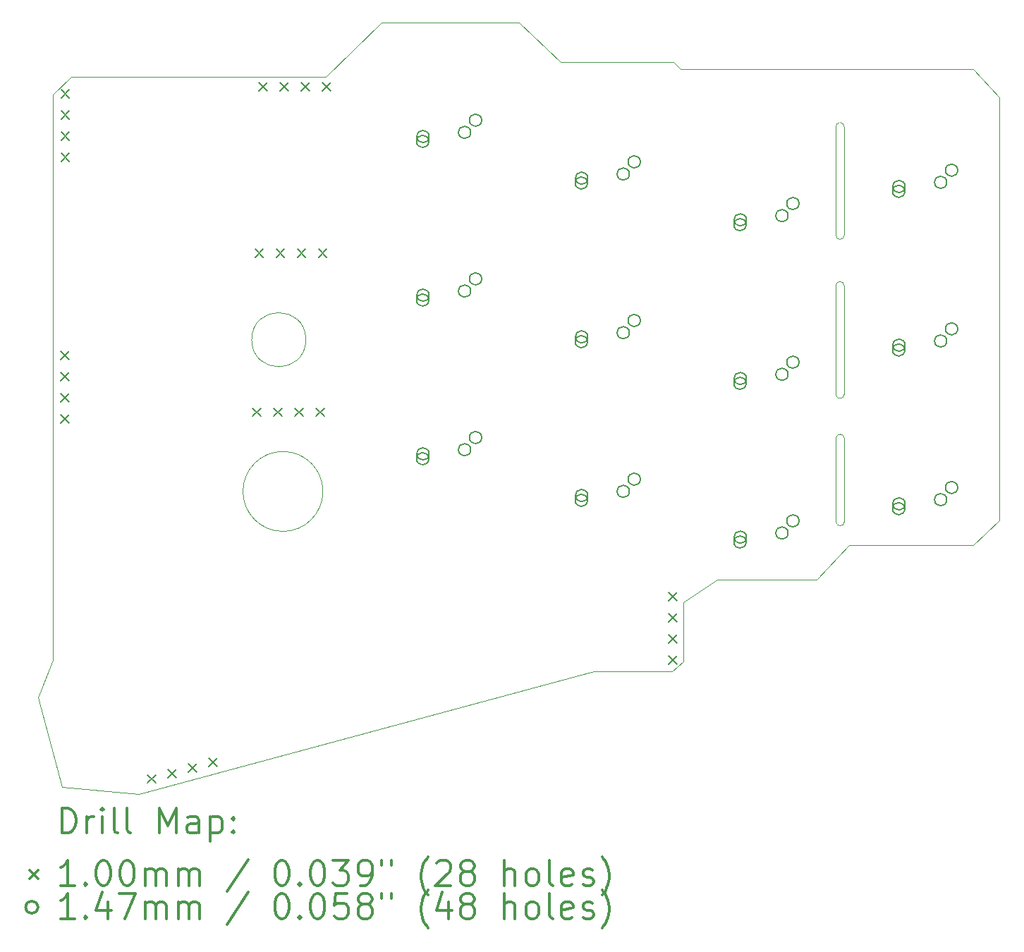
<source format=gbr>
%FSLAX45Y45*%
G04 Gerber Fmt 4.5, Leading zero omitted, Abs format (unit mm)*
G04 Created by KiCad (PCBNEW (5.1.4)-1) date 2023-06-17 18:30:55*
%MOMM*%
%LPD*%
G04 APERTURE LIST*
%ADD10C,0.050000*%
%ADD11C,0.200000*%
%ADD12C,0.300000*%
G04 APERTURE END LIST*
D10*
X18421203Y-51616032D02*
X15371203Y-51616032D01*
X15258251Y-60144663D02*
X14970438Y-59068483D01*
X15258251Y-60144663D02*
X16180391Y-60230918D01*
X15150249Y-58623435D02*
X14970438Y-59068483D01*
X24731202Y-57241032D02*
X24711202Y-57241032D01*
X26511202Y-56941032D02*
X26201202Y-57241032D01*
X15152190Y-51830639D02*
X15371203Y-51616032D01*
X24650000Y-55960000D02*
X24650000Y-56960000D01*
X22721202Y-57931032D02*
X23121202Y-57656032D01*
X22861202Y-51526032D02*
X22681202Y-51526032D01*
X22721202Y-58641032D02*
X22721202Y-57931032D01*
X24548000Y-52218000D02*
G75*
G02X24648000Y-52218000I50000J0D01*
G01*
X26201202Y-51526032D02*
X22861202Y-51526032D01*
X21661203Y-58761032D02*
X21641203Y-58761032D01*
X24548000Y-52218000D02*
X24548000Y-53520000D01*
X24548000Y-54128000D02*
X24548000Y-55430000D01*
X21641203Y-58761032D02*
X16180391Y-60230918D01*
X18390000Y-56597000D02*
G75*
G03X18390000Y-56597000I-480000J0D01*
G01*
X24316202Y-57656032D02*
X23121202Y-57656032D01*
X22596202Y-51441032D02*
X22681202Y-51526032D01*
X24911202Y-57241032D02*
X26201202Y-57241032D01*
X24648000Y-53520000D02*
G75*
G02X24548000Y-53520000I-50000J0D01*
G01*
X24648000Y-54128000D02*
X24648000Y-55430000D01*
X24550000Y-55960000D02*
X24550000Y-56960000D01*
X26511202Y-51866032D02*
X26511202Y-56941032D01*
X24550000Y-55960000D02*
G75*
G02X24650000Y-55960000I50000J0D01*
G01*
X18185000Y-54775000D02*
G75*
G03X18185000Y-54775000I-325000J0D01*
G01*
X19091203Y-50966032D02*
X18421203Y-51616032D01*
X26201202Y-51526032D02*
X26511202Y-51866032D01*
X24648000Y-52218000D02*
X24648000Y-53520000D01*
X24731202Y-57241032D02*
X24911202Y-57241032D01*
X24650000Y-56960000D02*
G75*
G02X24550000Y-56960000I-50000J0D01*
G01*
X24648000Y-55430000D02*
G75*
G02X24548000Y-55430000I-50000J0D01*
G01*
X15150249Y-58623435D02*
X15152190Y-51830639D01*
X19091203Y-50966032D02*
X20746203Y-50966032D01*
X21661203Y-58761032D02*
X22581202Y-58761032D01*
X24316202Y-57656032D02*
X24711202Y-57241032D01*
X22721202Y-58641032D02*
X22581202Y-58761032D01*
X21241203Y-51441032D02*
X22596202Y-51441032D01*
X21241203Y-51441032D02*
X20746203Y-50966032D01*
X24548000Y-54128000D02*
G75*
G02X24648000Y-54128000I50000J0D01*
G01*
D11*
X16285167Y-59998252D02*
X16385167Y-60098252D01*
X16385167Y-59998252D02*
X16285167Y-60098252D01*
X16530512Y-59932512D02*
X16630512Y-60032512D01*
X16630512Y-59932512D02*
X16530512Y-60032512D01*
X16775857Y-59866772D02*
X16875857Y-59966772D01*
X16875857Y-59866772D02*
X16775857Y-59966772D01*
X17021203Y-59801032D02*
X17121203Y-59901032D01*
X17121203Y-59801032D02*
X17021203Y-59901032D01*
X15241202Y-54911028D02*
X15341202Y-55011028D01*
X15341202Y-54911028D02*
X15241202Y-55011028D01*
X15241202Y-55165028D02*
X15341202Y-55265028D01*
X15341202Y-55165028D02*
X15241202Y-55265028D01*
X15241202Y-55419028D02*
X15341202Y-55519028D01*
X15341202Y-55419028D02*
X15241202Y-55519028D01*
X15241202Y-55673028D02*
X15341202Y-55773028D01*
X15341202Y-55673028D02*
X15241202Y-55773028D01*
X22541202Y-57811032D02*
X22641202Y-57911032D01*
X22641202Y-57811032D02*
X22541202Y-57911032D01*
X22541202Y-58065032D02*
X22641202Y-58165032D01*
X22641202Y-58065032D02*
X22541202Y-58165032D01*
X22541202Y-58319032D02*
X22641202Y-58419032D01*
X22641202Y-58319032D02*
X22541202Y-58419032D01*
X22541202Y-58573032D02*
X22641202Y-58673032D01*
X22641202Y-58573032D02*
X22541202Y-58673032D01*
X15245873Y-51776079D02*
X15345873Y-51876079D01*
X15345873Y-51776079D02*
X15245873Y-51876079D01*
X15245873Y-52030079D02*
X15345873Y-52130079D01*
X15345873Y-52030079D02*
X15245873Y-52130079D01*
X15245873Y-52284079D02*
X15345873Y-52384079D01*
X15345873Y-52284079D02*
X15245873Y-52384079D01*
X15245873Y-52538079D02*
X15345873Y-52638079D01*
X15345873Y-52538079D02*
X15245873Y-52638079D01*
X17573901Y-53684201D02*
X17673901Y-53784201D01*
X17673901Y-53684201D02*
X17573901Y-53784201D01*
X17827901Y-53684201D02*
X17927901Y-53784201D01*
X17927901Y-53684201D02*
X17827901Y-53784201D01*
X18081901Y-53684201D02*
X18181901Y-53784201D01*
X18181901Y-53684201D02*
X18081901Y-53784201D01*
X18335901Y-53684201D02*
X18435901Y-53784201D01*
X18435901Y-53684201D02*
X18335901Y-53784201D01*
X17543672Y-55595785D02*
X17643672Y-55695785D01*
X17643672Y-55595785D02*
X17543672Y-55695785D01*
X17797672Y-55595785D02*
X17897672Y-55695785D01*
X17897672Y-55595785D02*
X17797672Y-55695785D01*
X18051672Y-55595785D02*
X18151672Y-55695785D01*
X18151672Y-55595785D02*
X18051672Y-55695785D01*
X18305672Y-55595785D02*
X18405672Y-55695785D01*
X18405672Y-55595785D02*
X18305672Y-55695785D01*
X17621203Y-51686032D02*
X17721203Y-51786032D01*
X17721203Y-51686032D02*
X17621203Y-51786032D01*
X17875203Y-51686032D02*
X17975203Y-51786032D01*
X17975203Y-51686032D02*
X17875203Y-51786032D01*
X18129203Y-51686032D02*
X18229203Y-51786032D01*
X18229203Y-51686032D02*
X18129203Y-51786032D01*
X18383203Y-51686032D02*
X18483203Y-51786032D01*
X18483203Y-51686032D02*
X18383203Y-51786032D01*
X19660703Y-52394032D02*
G75*
G03X19660703Y-52394032I-73500J0D01*
G01*
X19664703Y-52336032D02*
G75*
G03X19664703Y-52336032I-73500J0D01*
G01*
X20164703Y-52286032D02*
G75*
G03X20164703Y-52286032I-73500J0D01*
G01*
X20295703Y-52140032D02*
G75*
G03X20295703Y-52140032I-73500J0D01*
G01*
X23470702Y-57204032D02*
G75*
G03X23470702Y-57204032I-73500J0D01*
G01*
X23474702Y-57146032D02*
G75*
G03X23474702Y-57146032I-73500J0D01*
G01*
X23974702Y-57096032D02*
G75*
G03X23974702Y-57096032I-73500J0D01*
G01*
X24105702Y-56950032D02*
G75*
G03X24105702Y-56950032I-73500J0D01*
G01*
X21565703Y-54799032D02*
G75*
G03X21565703Y-54799032I-73500J0D01*
G01*
X21569703Y-54741032D02*
G75*
G03X21569703Y-54741032I-73500J0D01*
G01*
X22069703Y-54691032D02*
G75*
G03X22069703Y-54691032I-73500J0D01*
G01*
X22200703Y-54545032D02*
G75*
G03X22200703Y-54545032I-73500J0D01*
G01*
X25375702Y-56804032D02*
G75*
G03X25375702Y-56804032I-73500J0D01*
G01*
X25379702Y-56746032D02*
G75*
G03X25379702Y-56746032I-73500J0D01*
G01*
X25879702Y-56696032D02*
G75*
G03X25879702Y-56696032I-73500J0D01*
G01*
X26010702Y-56550032D02*
G75*
G03X26010702Y-56550032I-73500J0D01*
G01*
X21565703Y-52894032D02*
G75*
G03X21565703Y-52894032I-73500J0D01*
G01*
X21569703Y-52836032D02*
G75*
G03X21569703Y-52836032I-73500J0D01*
G01*
X22069703Y-52786032D02*
G75*
G03X22069703Y-52786032I-73500J0D01*
G01*
X22200703Y-52640032D02*
G75*
G03X22200703Y-52640032I-73500J0D01*
G01*
X25375702Y-52994032D02*
G75*
G03X25375702Y-52994032I-73500J0D01*
G01*
X25379702Y-52936032D02*
G75*
G03X25379702Y-52936032I-73500J0D01*
G01*
X25879702Y-52886032D02*
G75*
G03X25879702Y-52886032I-73500J0D01*
G01*
X26010702Y-52740032D02*
G75*
G03X26010702Y-52740032I-73500J0D01*
G01*
X19660703Y-54299032D02*
G75*
G03X19660703Y-54299032I-73500J0D01*
G01*
X19664703Y-54241032D02*
G75*
G03X19664703Y-54241032I-73500J0D01*
G01*
X20164703Y-54191032D02*
G75*
G03X20164703Y-54191032I-73500J0D01*
G01*
X20295703Y-54045032D02*
G75*
G03X20295703Y-54045032I-73500J0D01*
G01*
X23470703Y-55299032D02*
G75*
G03X23470703Y-55299032I-73500J0D01*
G01*
X23474703Y-55241032D02*
G75*
G03X23474703Y-55241032I-73500J0D01*
G01*
X23974703Y-55191032D02*
G75*
G03X23974703Y-55191032I-73500J0D01*
G01*
X24105703Y-55045032D02*
G75*
G03X24105703Y-55045032I-73500J0D01*
G01*
X25375702Y-54899032D02*
G75*
G03X25375702Y-54899032I-73500J0D01*
G01*
X25379702Y-54841032D02*
G75*
G03X25379702Y-54841032I-73500J0D01*
G01*
X25879702Y-54791032D02*
G75*
G03X25879702Y-54791032I-73500J0D01*
G01*
X26010702Y-54645032D02*
G75*
G03X26010702Y-54645032I-73500J0D01*
G01*
X21565703Y-56704032D02*
G75*
G03X21565703Y-56704032I-73500J0D01*
G01*
X21569703Y-56646032D02*
G75*
G03X21569703Y-56646032I-73500J0D01*
G01*
X22069703Y-56596032D02*
G75*
G03X22069703Y-56596032I-73500J0D01*
G01*
X22200703Y-56450032D02*
G75*
G03X22200703Y-56450032I-73500J0D01*
G01*
X19660703Y-56204032D02*
G75*
G03X19660703Y-56204032I-73500J0D01*
G01*
X19664703Y-56146032D02*
G75*
G03X19664703Y-56146032I-73500J0D01*
G01*
X20164703Y-56096032D02*
G75*
G03X20164703Y-56096032I-73500J0D01*
G01*
X20295703Y-55950032D02*
G75*
G03X20295703Y-55950032I-73500J0D01*
G01*
X23470702Y-53394032D02*
G75*
G03X23470702Y-53394032I-73500J0D01*
G01*
X23474702Y-53336032D02*
G75*
G03X23474702Y-53336032I-73500J0D01*
G01*
X23974702Y-53286032D02*
G75*
G03X23974702Y-53286032I-73500J0D01*
G01*
X24105702Y-53140032D02*
G75*
G03X24105702Y-53140032I-73500J0D01*
G01*
D12*
X15254366Y-60699133D02*
X15254366Y-60399133D01*
X15325795Y-60399133D01*
X15368652Y-60413419D01*
X15397223Y-60441990D01*
X15411509Y-60470561D01*
X15425795Y-60527704D01*
X15425795Y-60570561D01*
X15411509Y-60627704D01*
X15397223Y-60656276D01*
X15368652Y-60684847D01*
X15325795Y-60699133D01*
X15254366Y-60699133D01*
X15554366Y-60699133D02*
X15554366Y-60499133D01*
X15554366Y-60556276D02*
X15568652Y-60527704D01*
X15582938Y-60513419D01*
X15611509Y-60499133D01*
X15640080Y-60499133D01*
X15740080Y-60699133D02*
X15740080Y-60499133D01*
X15740080Y-60399133D02*
X15725795Y-60413419D01*
X15740080Y-60427704D01*
X15754366Y-60413419D01*
X15740080Y-60399133D01*
X15740080Y-60427704D01*
X15925795Y-60699133D02*
X15897223Y-60684847D01*
X15882938Y-60656276D01*
X15882938Y-60399133D01*
X16082938Y-60699133D02*
X16054366Y-60684847D01*
X16040080Y-60656276D01*
X16040080Y-60399133D01*
X16425795Y-60699133D02*
X16425795Y-60399133D01*
X16525795Y-60613419D01*
X16625795Y-60399133D01*
X16625795Y-60699133D01*
X16897223Y-60699133D02*
X16897223Y-60541990D01*
X16882938Y-60513419D01*
X16854366Y-60499133D01*
X16797223Y-60499133D01*
X16768652Y-60513419D01*
X16897223Y-60684847D02*
X16868652Y-60699133D01*
X16797223Y-60699133D01*
X16768652Y-60684847D01*
X16754366Y-60656276D01*
X16754366Y-60627704D01*
X16768652Y-60599133D01*
X16797223Y-60584847D01*
X16868652Y-60584847D01*
X16897223Y-60570561D01*
X17040081Y-60499133D02*
X17040081Y-60799133D01*
X17040081Y-60513419D02*
X17068652Y-60499133D01*
X17125795Y-60499133D01*
X17154366Y-60513419D01*
X17168652Y-60527704D01*
X17182938Y-60556276D01*
X17182938Y-60641990D01*
X17168652Y-60670561D01*
X17154366Y-60684847D01*
X17125795Y-60699133D01*
X17068652Y-60699133D01*
X17040081Y-60684847D01*
X17311509Y-60670561D02*
X17325795Y-60684847D01*
X17311509Y-60699133D01*
X17297223Y-60684847D01*
X17311509Y-60670561D01*
X17311509Y-60699133D01*
X17311509Y-60513419D02*
X17325795Y-60527704D01*
X17311509Y-60541990D01*
X17297223Y-60527704D01*
X17311509Y-60513419D01*
X17311509Y-60541990D01*
X14867938Y-61143419D02*
X14967938Y-61243419D01*
X14967938Y-61143419D02*
X14867938Y-61243419D01*
X15411509Y-61329133D02*
X15240080Y-61329133D01*
X15325795Y-61329133D02*
X15325795Y-61029133D01*
X15297223Y-61071990D01*
X15268652Y-61100561D01*
X15240080Y-61114847D01*
X15540080Y-61300561D02*
X15554366Y-61314847D01*
X15540080Y-61329133D01*
X15525795Y-61314847D01*
X15540080Y-61300561D01*
X15540080Y-61329133D01*
X15740080Y-61029133D02*
X15768652Y-61029133D01*
X15797223Y-61043419D01*
X15811509Y-61057704D01*
X15825795Y-61086276D01*
X15840080Y-61143419D01*
X15840080Y-61214847D01*
X15825795Y-61271990D01*
X15811509Y-61300561D01*
X15797223Y-61314847D01*
X15768652Y-61329133D01*
X15740080Y-61329133D01*
X15711509Y-61314847D01*
X15697223Y-61300561D01*
X15682938Y-61271990D01*
X15668652Y-61214847D01*
X15668652Y-61143419D01*
X15682938Y-61086276D01*
X15697223Y-61057704D01*
X15711509Y-61043419D01*
X15740080Y-61029133D01*
X16025795Y-61029133D02*
X16054366Y-61029133D01*
X16082938Y-61043419D01*
X16097223Y-61057704D01*
X16111509Y-61086276D01*
X16125795Y-61143419D01*
X16125795Y-61214847D01*
X16111509Y-61271990D01*
X16097223Y-61300561D01*
X16082938Y-61314847D01*
X16054366Y-61329133D01*
X16025795Y-61329133D01*
X15997223Y-61314847D01*
X15982938Y-61300561D01*
X15968652Y-61271990D01*
X15954366Y-61214847D01*
X15954366Y-61143419D01*
X15968652Y-61086276D01*
X15982938Y-61057704D01*
X15997223Y-61043419D01*
X16025795Y-61029133D01*
X16254366Y-61329133D02*
X16254366Y-61129133D01*
X16254366Y-61157704D02*
X16268652Y-61143419D01*
X16297223Y-61129133D01*
X16340080Y-61129133D01*
X16368652Y-61143419D01*
X16382938Y-61171990D01*
X16382938Y-61329133D01*
X16382938Y-61171990D02*
X16397223Y-61143419D01*
X16425795Y-61129133D01*
X16468652Y-61129133D01*
X16497223Y-61143419D01*
X16511509Y-61171990D01*
X16511509Y-61329133D01*
X16654366Y-61329133D02*
X16654366Y-61129133D01*
X16654366Y-61157704D02*
X16668652Y-61143419D01*
X16697223Y-61129133D01*
X16740080Y-61129133D01*
X16768652Y-61143419D01*
X16782938Y-61171990D01*
X16782938Y-61329133D01*
X16782938Y-61171990D02*
X16797223Y-61143419D01*
X16825795Y-61129133D01*
X16868652Y-61129133D01*
X16897223Y-61143419D01*
X16911509Y-61171990D01*
X16911509Y-61329133D01*
X17497223Y-61014847D02*
X17240081Y-61400561D01*
X17882938Y-61029133D02*
X17911509Y-61029133D01*
X17940081Y-61043419D01*
X17954366Y-61057704D01*
X17968652Y-61086276D01*
X17982938Y-61143419D01*
X17982938Y-61214847D01*
X17968652Y-61271990D01*
X17954366Y-61300561D01*
X17940081Y-61314847D01*
X17911509Y-61329133D01*
X17882938Y-61329133D01*
X17854366Y-61314847D01*
X17840081Y-61300561D01*
X17825795Y-61271990D01*
X17811509Y-61214847D01*
X17811509Y-61143419D01*
X17825795Y-61086276D01*
X17840081Y-61057704D01*
X17854366Y-61043419D01*
X17882938Y-61029133D01*
X18111509Y-61300561D02*
X18125795Y-61314847D01*
X18111509Y-61329133D01*
X18097223Y-61314847D01*
X18111509Y-61300561D01*
X18111509Y-61329133D01*
X18311509Y-61029133D02*
X18340081Y-61029133D01*
X18368652Y-61043419D01*
X18382938Y-61057704D01*
X18397223Y-61086276D01*
X18411509Y-61143419D01*
X18411509Y-61214847D01*
X18397223Y-61271990D01*
X18382938Y-61300561D01*
X18368652Y-61314847D01*
X18340081Y-61329133D01*
X18311509Y-61329133D01*
X18282938Y-61314847D01*
X18268652Y-61300561D01*
X18254366Y-61271990D01*
X18240081Y-61214847D01*
X18240081Y-61143419D01*
X18254366Y-61086276D01*
X18268652Y-61057704D01*
X18282938Y-61043419D01*
X18311509Y-61029133D01*
X18511509Y-61029133D02*
X18697223Y-61029133D01*
X18597223Y-61143419D01*
X18640081Y-61143419D01*
X18668652Y-61157704D01*
X18682938Y-61171990D01*
X18697223Y-61200561D01*
X18697223Y-61271990D01*
X18682938Y-61300561D01*
X18668652Y-61314847D01*
X18640081Y-61329133D01*
X18554366Y-61329133D01*
X18525795Y-61314847D01*
X18511509Y-61300561D01*
X18840081Y-61329133D02*
X18897223Y-61329133D01*
X18925795Y-61314847D01*
X18940081Y-61300561D01*
X18968652Y-61257704D01*
X18982938Y-61200561D01*
X18982938Y-61086276D01*
X18968652Y-61057704D01*
X18954366Y-61043419D01*
X18925795Y-61029133D01*
X18868652Y-61029133D01*
X18840081Y-61043419D01*
X18825795Y-61057704D01*
X18811509Y-61086276D01*
X18811509Y-61157704D01*
X18825795Y-61186276D01*
X18840081Y-61200561D01*
X18868652Y-61214847D01*
X18925795Y-61214847D01*
X18954366Y-61200561D01*
X18968652Y-61186276D01*
X18982938Y-61157704D01*
X19097223Y-61029133D02*
X19097223Y-61086276D01*
X19211509Y-61029133D02*
X19211509Y-61086276D01*
X19654366Y-61443419D02*
X19640081Y-61429133D01*
X19611509Y-61386276D01*
X19597223Y-61357704D01*
X19582938Y-61314847D01*
X19568652Y-61243419D01*
X19568652Y-61186276D01*
X19582938Y-61114847D01*
X19597223Y-61071990D01*
X19611509Y-61043419D01*
X19640081Y-61000561D01*
X19654366Y-60986276D01*
X19754366Y-61057704D02*
X19768652Y-61043419D01*
X19797223Y-61029133D01*
X19868652Y-61029133D01*
X19897223Y-61043419D01*
X19911509Y-61057704D01*
X19925795Y-61086276D01*
X19925795Y-61114847D01*
X19911509Y-61157704D01*
X19740081Y-61329133D01*
X19925795Y-61329133D01*
X20097223Y-61157704D02*
X20068652Y-61143419D01*
X20054366Y-61129133D01*
X20040081Y-61100561D01*
X20040081Y-61086276D01*
X20054366Y-61057704D01*
X20068652Y-61043419D01*
X20097223Y-61029133D01*
X20154366Y-61029133D01*
X20182938Y-61043419D01*
X20197223Y-61057704D01*
X20211509Y-61086276D01*
X20211509Y-61100561D01*
X20197223Y-61129133D01*
X20182938Y-61143419D01*
X20154366Y-61157704D01*
X20097223Y-61157704D01*
X20068652Y-61171990D01*
X20054366Y-61186276D01*
X20040081Y-61214847D01*
X20040081Y-61271990D01*
X20054366Y-61300561D01*
X20068652Y-61314847D01*
X20097223Y-61329133D01*
X20154366Y-61329133D01*
X20182938Y-61314847D01*
X20197223Y-61300561D01*
X20211509Y-61271990D01*
X20211509Y-61214847D01*
X20197223Y-61186276D01*
X20182938Y-61171990D01*
X20154366Y-61157704D01*
X20568652Y-61329133D02*
X20568652Y-61029133D01*
X20697223Y-61329133D02*
X20697223Y-61171990D01*
X20682938Y-61143419D01*
X20654366Y-61129133D01*
X20611509Y-61129133D01*
X20582938Y-61143419D01*
X20568652Y-61157704D01*
X20882938Y-61329133D02*
X20854366Y-61314847D01*
X20840081Y-61300561D01*
X20825795Y-61271990D01*
X20825795Y-61186276D01*
X20840081Y-61157704D01*
X20854366Y-61143419D01*
X20882938Y-61129133D01*
X20925795Y-61129133D01*
X20954366Y-61143419D01*
X20968652Y-61157704D01*
X20982938Y-61186276D01*
X20982938Y-61271990D01*
X20968652Y-61300561D01*
X20954366Y-61314847D01*
X20925795Y-61329133D01*
X20882938Y-61329133D01*
X21154366Y-61329133D02*
X21125795Y-61314847D01*
X21111509Y-61286276D01*
X21111509Y-61029133D01*
X21382938Y-61314847D02*
X21354366Y-61329133D01*
X21297223Y-61329133D01*
X21268652Y-61314847D01*
X21254366Y-61286276D01*
X21254366Y-61171990D01*
X21268652Y-61143419D01*
X21297223Y-61129133D01*
X21354366Y-61129133D01*
X21382938Y-61143419D01*
X21397223Y-61171990D01*
X21397223Y-61200561D01*
X21254366Y-61229133D01*
X21511509Y-61314847D02*
X21540081Y-61329133D01*
X21597223Y-61329133D01*
X21625795Y-61314847D01*
X21640081Y-61286276D01*
X21640081Y-61271990D01*
X21625795Y-61243419D01*
X21597223Y-61229133D01*
X21554366Y-61229133D01*
X21525795Y-61214847D01*
X21511509Y-61186276D01*
X21511509Y-61171990D01*
X21525795Y-61143419D01*
X21554366Y-61129133D01*
X21597223Y-61129133D01*
X21625795Y-61143419D01*
X21740081Y-61443419D02*
X21754366Y-61429133D01*
X21782938Y-61386276D01*
X21797223Y-61357704D01*
X21811509Y-61314847D01*
X21825795Y-61243419D01*
X21825795Y-61186276D01*
X21811509Y-61114847D01*
X21797223Y-61071990D01*
X21782938Y-61043419D01*
X21754366Y-61000561D01*
X21740081Y-60986276D01*
X14967938Y-61589419D02*
G75*
G03X14967938Y-61589419I-73500J0D01*
G01*
X15411509Y-61725133D02*
X15240080Y-61725133D01*
X15325795Y-61725133D02*
X15325795Y-61425133D01*
X15297223Y-61467990D01*
X15268652Y-61496561D01*
X15240080Y-61510847D01*
X15540080Y-61696561D02*
X15554366Y-61710847D01*
X15540080Y-61725133D01*
X15525795Y-61710847D01*
X15540080Y-61696561D01*
X15540080Y-61725133D01*
X15811509Y-61525133D02*
X15811509Y-61725133D01*
X15740080Y-61410847D02*
X15668652Y-61625133D01*
X15854366Y-61625133D01*
X15940080Y-61425133D02*
X16140080Y-61425133D01*
X16011509Y-61725133D01*
X16254366Y-61725133D02*
X16254366Y-61525133D01*
X16254366Y-61553704D02*
X16268652Y-61539419D01*
X16297223Y-61525133D01*
X16340080Y-61525133D01*
X16368652Y-61539419D01*
X16382938Y-61567990D01*
X16382938Y-61725133D01*
X16382938Y-61567990D02*
X16397223Y-61539419D01*
X16425795Y-61525133D01*
X16468652Y-61525133D01*
X16497223Y-61539419D01*
X16511509Y-61567990D01*
X16511509Y-61725133D01*
X16654366Y-61725133D02*
X16654366Y-61525133D01*
X16654366Y-61553704D02*
X16668652Y-61539419D01*
X16697223Y-61525133D01*
X16740080Y-61525133D01*
X16768652Y-61539419D01*
X16782938Y-61567990D01*
X16782938Y-61725133D01*
X16782938Y-61567990D02*
X16797223Y-61539419D01*
X16825795Y-61525133D01*
X16868652Y-61525133D01*
X16897223Y-61539419D01*
X16911509Y-61567990D01*
X16911509Y-61725133D01*
X17497223Y-61410847D02*
X17240081Y-61796561D01*
X17882938Y-61425133D02*
X17911509Y-61425133D01*
X17940081Y-61439419D01*
X17954366Y-61453704D01*
X17968652Y-61482276D01*
X17982938Y-61539419D01*
X17982938Y-61610847D01*
X17968652Y-61667990D01*
X17954366Y-61696561D01*
X17940081Y-61710847D01*
X17911509Y-61725133D01*
X17882938Y-61725133D01*
X17854366Y-61710847D01*
X17840081Y-61696561D01*
X17825795Y-61667990D01*
X17811509Y-61610847D01*
X17811509Y-61539419D01*
X17825795Y-61482276D01*
X17840081Y-61453704D01*
X17854366Y-61439419D01*
X17882938Y-61425133D01*
X18111509Y-61696561D02*
X18125795Y-61710847D01*
X18111509Y-61725133D01*
X18097223Y-61710847D01*
X18111509Y-61696561D01*
X18111509Y-61725133D01*
X18311509Y-61425133D02*
X18340081Y-61425133D01*
X18368652Y-61439419D01*
X18382938Y-61453704D01*
X18397223Y-61482276D01*
X18411509Y-61539419D01*
X18411509Y-61610847D01*
X18397223Y-61667990D01*
X18382938Y-61696561D01*
X18368652Y-61710847D01*
X18340081Y-61725133D01*
X18311509Y-61725133D01*
X18282938Y-61710847D01*
X18268652Y-61696561D01*
X18254366Y-61667990D01*
X18240081Y-61610847D01*
X18240081Y-61539419D01*
X18254366Y-61482276D01*
X18268652Y-61453704D01*
X18282938Y-61439419D01*
X18311509Y-61425133D01*
X18682938Y-61425133D02*
X18540081Y-61425133D01*
X18525795Y-61567990D01*
X18540081Y-61553704D01*
X18568652Y-61539419D01*
X18640081Y-61539419D01*
X18668652Y-61553704D01*
X18682938Y-61567990D01*
X18697223Y-61596561D01*
X18697223Y-61667990D01*
X18682938Y-61696561D01*
X18668652Y-61710847D01*
X18640081Y-61725133D01*
X18568652Y-61725133D01*
X18540081Y-61710847D01*
X18525795Y-61696561D01*
X18868652Y-61553704D02*
X18840081Y-61539419D01*
X18825795Y-61525133D01*
X18811509Y-61496561D01*
X18811509Y-61482276D01*
X18825795Y-61453704D01*
X18840081Y-61439419D01*
X18868652Y-61425133D01*
X18925795Y-61425133D01*
X18954366Y-61439419D01*
X18968652Y-61453704D01*
X18982938Y-61482276D01*
X18982938Y-61496561D01*
X18968652Y-61525133D01*
X18954366Y-61539419D01*
X18925795Y-61553704D01*
X18868652Y-61553704D01*
X18840081Y-61567990D01*
X18825795Y-61582276D01*
X18811509Y-61610847D01*
X18811509Y-61667990D01*
X18825795Y-61696561D01*
X18840081Y-61710847D01*
X18868652Y-61725133D01*
X18925795Y-61725133D01*
X18954366Y-61710847D01*
X18968652Y-61696561D01*
X18982938Y-61667990D01*
X18982938Y-61610847D01*
X18968652Y-61582276D01*
X18954366Y-61567990D01*
X18925795Y-61553704D01*
X19097223Y-61425133D02*
X19097223Y-61482276D01*
X19211509Y-61425133D02*
X19211509Y-61482276D01*
X19654366Y-61839419D02*
X19640081Y-61825133D01*
X19611509Y-61782276D01*
X19597223Y-61753704D01*
X19582938Y-61710847D01*
X19568652Y-61639419D01*
X19568652Y-61582276D01*
X19582938Y-61510847D01*
X19597223Y-61467990D01*
X19611509Y-61439419D01*
X19640081Y-61396561D01*
X19654366Y-61382276D01*
X19897223Y-61525133D02*
X19897223Y-61725133D01*
X19825795Y-61410847D02*
X19754366Y-61625133D01*
X19940081Y-61625133D01*
X20097223Y-61553704D02*
X20068652Y-61539419D01*
X20054366Y-61525133D01*
X20040081Y-61496561D01*
X20040081Y-61482276D01*
X20054366Y-61453704D01*
X20068652Y-61439419D01*
X20097223Y-61425133D01*
X20154366Y-61425133D01*
X20182938Y-61439419D01*
X20197223Y-61453704D01*
X20211509Y-61482276D01*
X20211509Y-61496561D01*
X20197223Y-61525133D01*
X20182938Y-61539419D01*
X20154366Y-61553704D01*
X20097223Y-61553704D01*
X20068652Y-61567990D01*
X20054366Y-61582276D01*
X20040081Y-61610847D01*
X20040081Y-61667990D01*
X20054366Y-61696561D01*
X20068652Y-61710847D01*
X20097223Y-61725133D01*
X20154366Y-61725133D01*
X20182938Y-61710847D01*
X20197223Y-61696561D01*
X20211509Y-61667990D01*
X20211509Y-61610847D01*
X20197223Y-61582276D01*
X20182938Y-61567990D01*
X20154366Y-61553704D01*
X20568652Y-61725133D02*
X20568652Y-61425133D01*
X20697223Y-61725133D02*
X20697223Y-61567990D01*
X20682938Y-61539419D01*
X20654366Y-61525133D01*
X20611509Y-61525133D01*
X20582938Y-61539419D01*
X20568652Y-61553704D01*
X20882938Y-61725133D02*
X20854366Y-61710847D01*
X20840081Y-61696561D01*
X20825795Y-61667990D01*
X20825795Y-61582276D01*
X20840081Y-61553704D01*
X20854366Y-61539419D01*
X20882938Y-61525133D01*
X20925795Y-61525133D01*
X20954366Y-61539419D01*
X20968652Y-61553704D01*
X20982938Y-61582276D01*
X20982938Y-61667990D01*
X20968652Y-61696561D01*
X20954366Y-61710847D01*
X20925795Y-61725133D01*
X20882938Y-61725133D01*
X21154366Y-61725133D02*
X21125795Y-61710847D01*
X21111509Y-61682276D01*
X21111509Y-61425133D01*
X21382938Y-61710847D02*
X21354366Y-61725133D01*
X21297223Y-61725133D01*
X21268652Y-61710847D01*
X21254366Y-61682276D01*
X21254366Y-61567990D01*
X21268652Y-61539419D01*
X21297223Y-61525133D01*
X21354366Y-61525133D01*
X21382938Y-61539419D01*
X21397223Y-61567990D01*
X21397223Y-61596561D01*
X21254366Y-61625133D01*
X21511509Y-61710847D02*
X21540081Y-61725133D01*
X21597223Y-61725133D01*
X21625795Y-61710847D01*
X21640081Y-61682276D01*
X21640081Y-61667990D01*
X21625795Y-61639419D01*
X21597223Y-61625133D01*
X21554366Y-61625133D01*
X21525795Y-61610847D01*
X21511509Y-61582276D01*
X21511509Y-61567990D01*
X21525795Y-61539419D01*
X21554366Y-61525133D01*
X21597223Y-61525133D01*
X21625795Y-61539419D01*
X21740081Y-61839419D02*
X21754366Y-61825133D01*
X21782938Y-61782276D01*
X21797223Y-61753704D01*
X21811509Y-61710847D01*
X21825795Y-61639419D01*
X21825795Y-61582276D01*
X21811509Y-61510847D01*
X21797223Y-61467990D01*
X21782938Y-61439419D01*
X21754366Y-61396561D01*
X21740081Y-61382276D01*
M02*

</source>
